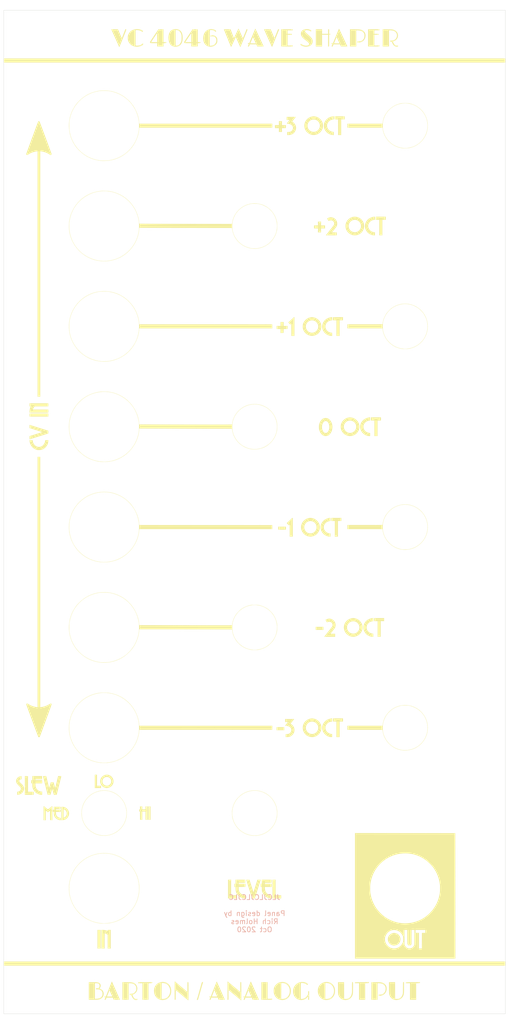
<source format=kicad_pcb>
(kicad_pcb (version 20171130) (host pcbnew 5.1.10-88a1d61d58~90~ubuntu20.04.1)
  (layers (0 F.Cu signal) (31 B.Cu signal) (34 B.Paste user) (35 F.Paste user) (36 B.SilkS user) (37 F.SilkS user) (38 B.Mask user) (39 F.Mask user) (44 Edge.Cuts user))
  (net 0 "")
  (module Kosmo_panel:Kosmo_Panel_Slotted_Mounting_Hole_NPTH (layer F.Cu) (at 147 197 180)
    (fp_text reference H22 hide)
    (fp_text value MountingHole)
    (pad "" np_thru_hole oval (at 1.4 0 180) (size 6 3.2) (drill oval 6 3.2) (layers *.Mask F.Cu))
  )
  (module Kosmo_panel:Kosmo_Pot_Hole_NPTH (layer F.Cu) (at 100 83)
    (fp_text reference H21 hide)
    (fp_text value MountingHole)
    (pad "" np_thru_hole circle (at 0 0) (size 7 7) (drill 7) (layers *.Mask F.Cu))
  )
  (module Kosmo_panel:Kosmo_Jack_Hole_NPTH (layer F.Cu) (at 70 83)
    (fp_text reference H20 hide)
    (fp_text value MountingHole)
    (pad "" np_thru_hole circle (at 0 0) (size 10 10) (drill 10) (layers *.Mask F.Cu))
  )
  (module Kosmo_panel:Kosmo_Panel_Slotted_Mounting_Hole_NPTH (layer F.Cu) (at 53 197)
    (fp_text reference H19 hide)
    (fp_text value MountingHole)
    (pad "" np_thru_hole oval (at 1.4 0) (size 6 3.2) (drill oval 6 3.2) (layers *.Mask F.Cu))
  )
  (module Kosmo_panel:Kosmo_Pot_Hole_NPTH (layer F.Cu) (at 130 143)
    (fp_text reference H18 hide)
    (fp_text value MountingHole)
    (pad "" np_thru_hole circle (at 0 0) (size 7 7) (drill 7) (layers *.Mask F.Cu))
  )
  (module Kosmo_panel:Kosmo_Pot_Hole_NPTH (layer F.Cu) (at 130 63)
    (fp_text reference H17 hide)
    (fp_text value MountingHole)
    (pad "" np_thru_hole circle (at 0 0) (size 7 7) (drill 7) (layers *.Mask F.Cu))
  )
  (module Kosmo_panel:Kosmo_Jack_Hole_NPTH (layer F.Cu) (at 70 143)
    (fp_text reference H16 hide)
    (fp_text value MountingHole)
    (pad "" np_thru_hole circle (at 0 0) (size 10 10) (drill 10) (layers *.Mask F.Cu))
  )
  (module Kosmo_panel:Kosmo_Jack_Hole_NPTH (layer F.Cu) (at 70 63)
    (fp_text reference H15 hide)
    (fp_text value MountingHole)
    (pad "" np_thru_hole circle (at 0 0) (size 10 10) (drill 10) (layers *.Mask F.Cu))
  )
  (module Kosmo_panel:Kosmo_Panel_Slotted_Mounting_Hole_NPTH (layer F.Cu) (at 147 3 180)
    (fp_text reference H14 hide)
    (fp_text value MountingHole)
    (pad "" np_thru_hole oval (at 1.4 0 180) (size 6 3.2) (drill oval 6 3.2) (layers *.Mask F.Cu))
  )
  (module Kosmo_panel:Kosmo_Jack_Hole_NPTH (layer F.Cu) (at 130 175)
    (fp_text reference H13 hide)
    (fp_text value MountingHole)
    (pad "" np_thru_hole circle (at 0 0) (size 10 10) (drill 10) (layers *.Mask F.Cu))
  )
  (module Kosmo_panel:Kosmo_Pot_Hole_NPTH (layer F.Cu) (at 100 160)
    (fp_text reference H12 hide)
    (fp_text value MountingHole)
    (pad "" np_thru_hole circle (at 0 0) (size 7 7) (drill 7) (layers *.Mask F.Cu))
  )
  (module Kosmo_panel:Kosmo_Pot_Hole_NPTH (layer F.Cu) (at 100 123)
    (fp_text reference H11 hide)
    (fp_text value MountingHole)
    (pad "" np_thru_hole circle (at 0 0) (size 7 7) (drill 7) (layers *.Mask F.Cu))
  )
  (module Kosmo_panel:Kosmo_Pot_Hole_NPTH (layer F.Cu) (at 100 43)
    (fp_text reference H10 hide)
    (fp_text value MountingHole)
    (pad "" np_thru_hole circle (at 0 0) (size 7 7) (drill 7) (layers *.Mask F.Cu))
  )
  (module Kosmo_panel:Kosmo_Jack_Hole_NPTH (layer F.Cu) (at 70 123)
    (fp_text reference H9 hide)
    (fp_text value MountingHole)
    (pad "" np_thru_hole circle (at 0 0) (size 10 10) (drill 10) (layers *.Mask F.Cu))
  )
  (module Kosmo_panel:Kosmo_Jack_Hole_NPTH (layer F.Cu) (at 70 43)
    (fp_text reference H8 hide)
    (fp_text value MountingHole)
    (pad "" np_thru_hole circle (at 0 0) (size 10 10) (drill 10) (layers *.Mask F.Cu))
  )
  (module Kosmo_panel:Kosmo_Panel_Slotted_Mounting_Hole_NPTH (layer F.Cu) (at 53 3)
    (fp_text reference H7 hide)
    (fp_text value MountingHole)
    (pad "" np_thru_hole oval (at 1.4 0) (size 6 3.2) (drill oval 6 3.2) (layers *.Mask F.Cu))
  )
  (module Kosmo_panel:Kosmo_Jack_Hole_NPTH (layer F.Cu) (at 70 175)
    (fp_text reference H6 hide)
    (fp_text value MountingHole)
    (pad "" np_thru_hole circle (at 0 0) (size 10 10) (drill 10) (layers *.Mask F.Cu))
  )
  (module Kosmo_panel:Kosmo_Switch_Hole_NPTH (layer F.Cu) (at 70 160)
    (fp_text reference H5 hide)
    (fp_text value MountingHole)
    (pad "" np_thru_hole circle (at 0 0) (size 7 7) (drill 7) (layers *.Mask F.Cu))
  )
  (module Kosmo_panel:Kosmo_Pot_Hole_NPTH (layer F.Cu) (at 130 103)
    (fp_text reference H4 hide)
    (fp_text value MountingHole)
    (pad "" np_thru_hole circle (at 0 0) (size 7 7) (drill 7) (layers *.Mask F.Cu))
  )
  (module Kosmo_panel:Kosmo_Pot_Hole_NPTH (layer F.Cu) (at 130 23)
    (fp_text reference H3 hide)
    (fp_text value MountingHole)
    (pad "" np_thru_hole circle (at 0 0) (size 7 7) (drill 7) (layers *.Mask F.Cu))
  )
  (module Kosmo_panel:Kosmo_Jack_Hole_NPTH (layer F.Cu) (at 70 103)
    (fp_text reference H2 hide)
    (fp_text value MountingHole)
    (pad "" np_thru_hole circle (at 0 0) (size 10 10) (drill 10) (layers *.Mask F.Cu))
  )
  (module Kosmo_panel:Kosmo_Jack_Hole_NPTH (layer F.Cu) (at 70 23)
    (fp_text reference H1 hide)
    (fp_text value MountingHole)
    (pad "" np_thru_hole circle (at 0 0) (size 10 10) (drill 10) (layers *.Mask F.Cu))
  )
  (module waveshaper:waveshaper-art (layer F.Cu) (at 100 100)
    (fp_text reference G*** hide)
    (fp_text value LOGO hide)
  )
  (module waveshaper:waveshaper-holes (layer F.Cu) (at 100 100)
    (fp_text reference G*** hide)
    (fp_text value LOGO hide)
  )
  (gr_text "JLCJLCJLCJLC\n\nPanel design by\nRich Holmes\nOct 2020" (at 100 180) (layer B.SilkS) (effects (font (size 1 1)) (justify mirror)))
  (gr_line (start 50 200) (end 50 0) (layer Edge.Cuts) (width 0.05))
  (gr_line (start 150 200) (end 50 200) (layer Edge.Cuts) (width 0.05))
  (gr_line (start 150 0) (end 150 200) (layer Edge.Cuts) (width 0.05))
  (gr_line (start 50 0) (end 150 0) (layer Edge.Cuts) (width 0.05))
)
</source>
